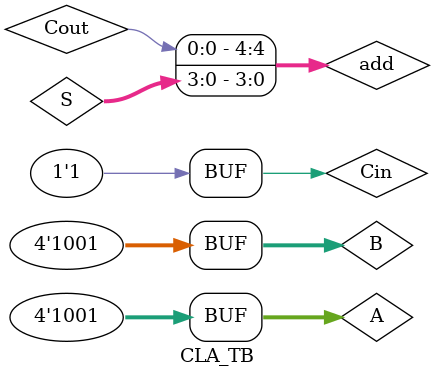
<source format=sv>
`timescale 10ns/1ps

module CLA_TB;
  reg [3:0]A, B; 
  reg Cin;
  wire [3:0] S;
  wire Cout;
  wire[4:0] add;
  
  CLA cla(A, B, Cin, S, Cout);
  
  assign add = {Cout, S};
  
  initial 
    begin 
      $dumpfile("waveform.vcd");
      $dumpvars;
    end 
  
  initial 
    begin
    $monitor("TIME = %d ns, A = %b, B = %b, Cin = %b --> S = %b, Cout = %b, Addition = %0d",$time, A, B, Cin, S, Cout, add);
        A = 1; B = 0; Cin = 0; #10;
        A = 2; B = 4; Cin = 1; #5;
        A = 4'hb; B = 4'h6; Cin = 0; #5;
        A = 5; B = 3; Cin = 1; #5
        A = 6;  B = 9;  Cin = 0;   #5; 
        A = 8;  B = 2;  Cin = 0;   #5;
        A = 8;  B = 2;  Cin = 1;   #5;
        A = 9;  B = 9;  Cin = 1;   #5;
  end
endmodule


</source>
